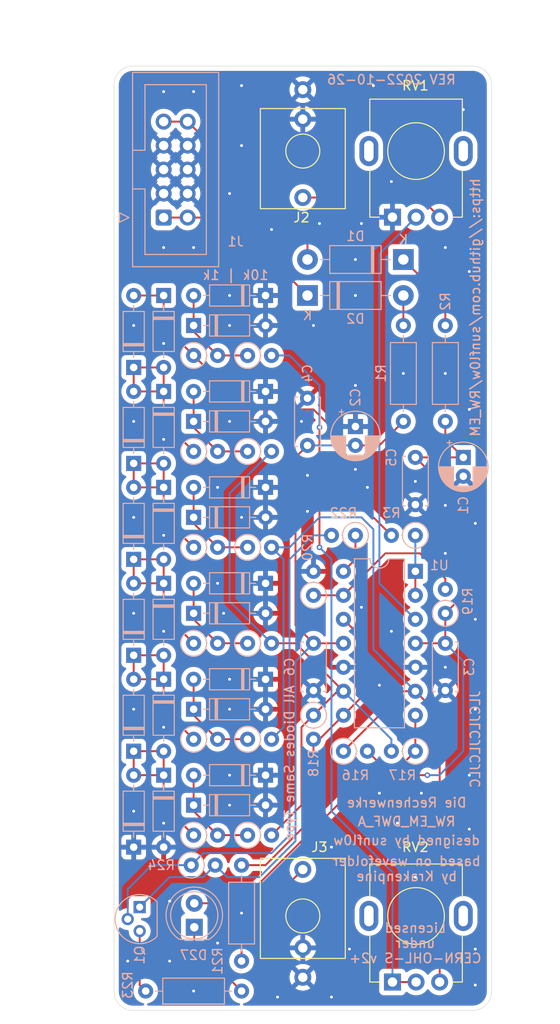
<source format=kicad_pcb>
(kicad_pcb (version 20211014) (generator pcbnew)
  (title_block (title "RW_EM_DWF_A") (date "2022-10-26") (rev "2022-10-26") (comment 1 "Licensed under CERN-OHL-S v2+") (comment 2 "https://github.com/sunfl0w/RW_EM"))
  (layers (0 "F.Cu" signal) (31 "B.Cu" signal) (34 "B.Paste" user) (35 "F.Paste" user) (36 "B.SilkS" user "B.Silkscreen") (37 "F.SilkS" user "F.Silkscreen") (38 "B.Mask" user) (39 "F.Mask" user) (44 "Edge.Cuts" user))
  (net 0 "")
  (net 1 "+12V")
  (net 2 "GND")
  (net 3 "-12V")
  (net 4 "Net-(D1-Pad1)")
  (net 5 "Net-(D1-Pad2)")
  (net 6 "Net-(D2-Pad1)")
  (net 7 "Net-(D2-Pad2)")
  (net 8 "Net-(D10-Pad1)")
  (net 9 "Net-(D3-Pad2)")
  (net 10 "Net-(D10-Pad2)")
  (net 11 "Net-(D11-Pad2)")
  (net 12 "Net-(D12-Pad2)")
  (net 13 "Net-(D13-Pad2)")
  (net 14 "Net-(D15-Pad2)")
  (net 15 "Net-(D16-Pad2)")
  (net 16 "Net-(D17-Pad2)")
  (net 17 "Net-(D18-Pad2)")
  (net 18 "Net-(D19-Pad2)")
  (net 19 "Net-(D20-Pad2)")
  (net 20 "Net-(D27-Pad1)")
  (net 21 "Net-(J2-PadT)")
  (net 22 "Net-(J3-PadT)")
  (net 23 "Net-(Q1-Pad2)")
  (net 24 "Net-(R3-Pad1)")
  (net 25 "Net-(R10-Pad2)")
  (net 26 "Net-(R11-Pad2)")
  (net 27 "Net-(R13-Pad2)")
  (net 28 "Net-(R16-Pad2)")
  (net 29 "Net-(R18-Pad2)")
  (net 30 "Net-(R19-Pad2)")
  (net 31 "Net-(R22-Pad1)")
  (net 32 "Net-(RV1-Pad2)")
  (net 33 "Net-(Q1-Pad3)")
  (footprint "RW_EurorackModular:Potentiometer_R0904N_SongHuei" (layer "F.Cu") (at 162 59)
    (fp_text reference "RV1")
    (fp_text value "100k")
  )
  (footprint "RW_EurorackModular:PJ301M-12" (layer "F.Cu") (at 150 140)
    (fp_text reference "J3")
    (fp_text value "PJ301M-12")
  )
  (footprint "RW_EurorackModular:Potentiometer_R0904N_SongHuei" (layer "F.Cu") (at 162 140)
    (fp_text reference "RV2")
    (fp_text value "10k")
  )
  (footprint "RW_EurorackModular:PJ301M-12" (layer "F.Cu") (at 150 59 180)
    (fp_text reference "J2")
    (fp_text value "PJ301M-12")
  )
  (footprint "Diode_THT:D_DO-35_SOD27_P7.62mm_Horizontal" (layer "B.Cu") (at 135.255 104.775 -90)
    (fp_text reference "D12" hide)
    (fp_text value "1N4148")
  )
  (footprint "Resistor_THT:R_Axial_DIN0207_L6.3mm_D2.5mm_P2.54mm_Vertical" (layer "B.Cu") (at 161.925 122.555 180)
    (fp_text reference "R17")
    (fp_text value "10k")
  )
  (footprint "Capacitor_THT:CP_Radial_D5.0mm_P2.00mm" (layer "B.Cu") (at 155.575 88.17 -90)
    (fp_text reference "C2")
    (fp_text value "47uF")
  )
  (footprint "Capacitor_THT:C_Disc_D5.0mm_W2.5mm_P5.00mm" (layer "B.Cu") (at 150.495 85.17 -90)
    (fp_text reference "C4")
    (fp_text value "100nF")
  )
  (footprint "Capacitor_THT:C_Disc_D5.0mm_W2.5mm_P5.00mm" (layer "B.Cu") (at 165.1 111.125 -90)
    (fp_text reference "C3")
    (fp_text value "100nF")
  )
  (footprint "Diode_THT:D_DO-35_SOD27_P7.62mm_Horizontal" (layer "B.Cu") (at 132.08 132.715 90)
    (fp_text reference "D8" hide)
    (fp_text value "1N4148")
  )
  (footprint "Diode_THT:D_DO-35_SOD27_P7.62mm_Horizontal" (layer "B.Cu") (at 132.08 102.235 90)
    (fp_text reference "D5" hide)
    (fp_text value "1N4148")
  )
  (footprint "Diode_THT:D_DO-35_SOD27_P7.62mm_Horizontal" (layer "B.Cu") (at 146.05 104.775 180)
    (fp_text reference "D19" hide)
    (fp_text value "1N4148")
  )
  (footprint "Diode_THT:D_DO-35_SOD27_P7.62mm_Horizontal" (layer "B.Cu") (at 132.08 112.395 90)
    (fp_text reference "D6" hide)
    (fp_text value "1N4148")
  )
  (footprint "Resistor_THT:R_Axial_DIN0207_L6.3mm_D2.5mm_P2.54mm_Vertical" (layer "B.Cu") (at 144.145 100.965)
    (fp_text reference "R11" hide)
    (fp_text value "10k")
  )
  (footprint "Diode_THT:D_DO-35_SOD27_P7.62mm_Horizontal" (layer "B.Cu") (at 138.43 97.79)
    (fp_text reference "D22" hide)
    (fp_text value "1N4148")
  )
  (footprint "Resistor_THT:R_Axial_DIN0207_L6.3mm_D2.5mm_P2.54mm_Vertical" (layer "B.Cu") (at 165.1 107.95 90)
    (fp_text reference "R19")
    (fp_text value "100k")
  )
  (footprint "Resistor_THT:R_Axial_DIN0207_L6.3mm_D2.5mm_P2.54mm_Vertical" (layer "B.Cu") (at 144.145 111.125)
    (fp_text reference "R14" hide)
    (fp_text value "10k")
  )
  (footprint "Resistor_THT:R_Axial_DIN0207_L6.3mm_D2.5mm_P2.54mm_Vertical" (layer "B.Cu") (at 138.43 111.125)
    (fp_text reference "R8" hide)
    (fp_text value "1k")
  )
  (footprint "Diode_THT:D_DO-35_SOD27_P7.62mm_Horizontal" (layer "B.Cu") (at 138.43 118.11)
    (fp_text reference "D23" hide)
    (fp_text value "1N4148")
  )
  (footprint "Resistor_THT:R_Axial_DIN0207_L6.3mm_D2.5mm_P2.54mm_Vertical" (layer "B.Cu") (at 138.43 100.965)
    (fp_text reference "R5" hide)
    (fp_text value "1k")
  )
  (footprint "Resistor_THT:R_Axial_DIN0207_L6.3mm_D2.5mm_P2.54mm_Vertical" (layer "B.Cu") (at 161.925 99.695 180)
    (fp_text reference "R3")
    (fp_text value "100")
  )
  (footprint "Resistor_THT:R_Axial_DIN0207_L6.3mm_D2.5mm_P2.54mm_Vertical" (layer "B.Cu") (at 138.176 134.62)
    (fp_text reference "R24")
    (fp_text value "1k")
  )
  (footprint "LED_THT:LED_D5.0mm" (layer "B.Cu") (at 138.5 141.2 90)
    (fp_text reference "D27")
    (fp_text value "LED")
  )
  (footprint "Diode_THT:D_DO-35_SOD27_P7.62mm_Horizontal" (layer "B.Cu") (at 138.43 107.95)
    (fp_text reference "D25" hide)
    (fp_text value "1N4148")
  )
  (footprint "Resistor_THT:R_Axial_DIN0207_L6.3mm_D2.5mm_P2.54mm_Vertical" (layer "B.Cu") (at 154.305 122.555)
    (fp_text reference "R16")
    (fp_text value "10k")
  )
  (footprint "Diode_THT:D_DO-35_SOD27_P7.62mm_Horizontal" (layer "B.Cu") (at 138.43 87.63)
    (fp_text reference "D26" hide)
    (fp_text value "1N4148")
  )
  (footprint "Diode_THT:D_DO-35_SOD27_P7.62mm_Horizontal" (layer "B.Cu") (at 138.43 128.27)
    (fp_text reference "D24" hide)
    (fp_text value "1N4148")
  )
  (footprint "Connector_IDC:IDC-Header_2x05_P2.54mm_Vertical" (layer "B.Cu") (at 135.255 66.04)
    (fp_text reference "J1")
    (fp_text value "IDC_02x05")
  )
  (footprint "Resistor_THT:R_Axial_DIN0207_L6.3mm_D2.5mm_P2.54mm_Vertical" (layer "B.Cu") (at 144.145 131.445)
    (fp_text reference "R13" hide)
    (fp_text value "10k")
  )
  (footprint "Resistor_THT:R_Axial_DIN0207_L6.3mm_D2.5mm_P10.16mm_Horizontal" (layer "B.Cu") (at 143.51 134.62 -90)
    (fp_text reference "R21")
    (fp_text value "1k")
  )
  (footprint "Diode_THT:D_DO-35_SOD27_P7.62mm_Horizontal" (layer "B.Cu") (at 135.255 94.615 -90)
    (fp_text reference "D11" hide)
    (fp_text value "1N4148")
  )
  (footprint "Diode_THT:D_DO-35_SOD27_P7.62mm_Horizontal" (layer "B.Cu") (at 135.255 114.935 -90)
    (fp_text reference "D13" hide)
    (fp_text value "1N4148")
  )
  (footprint "Resistor_THT:R_Axial_DIN0207_L6.3mm_D2.5mm_P2.54mm_Vertical" (layer "B.Cu") (at 151.13 106.045 90)
    (fp_text reference "R20")
    (fp_text value "68k")
  )
  (footprint "Diode_THT:D_DO-35_SOD27_P7.62mm_Horizontal" (layer "B.Cu") (at 146.05 125.095 180)
    (fp_text reference "D18" hide)
    (fp_text value "1N4148")
  )
  (footprint "Resistor_THT:R_Axial_DIN0207_L6.3mm_D2.5mm_P2.54mm_Vertical" (layer "B.Cu") (at 138.43 90.805)
    (fp_text reference "R9" hide)
    (fp_text value "1k")
  )
  (footprint "Diode_THT:D_DO-35_SOD27_P7.62mm_Horizontal" (layer "B.Cu") (at 146.05 84.455 180)
    (fp_text reference "D20" hide)
    (fp_text value "1N4148")
  )
  (footprint "Resistor_THT:R_Axial_DIN0207_L6.3mm_D2.5mm_P2.54mm_Vertical" (layer "B.Cu") (at 138.43 80.645)
    (fp_text reference "R4" hide)
    (fp_text value "1k")
  )
  (footprint "Resistor_THT:R_Axial_DIN0207_L6.3mm_D2.5mm_P2.54mm_Vertical" (layer "B.Cu") (at 144.145 121.285)
    (fp_text reference "R12" hide)
    (fp_text value "10k")
  )
  (footprint "Resistor_THT:R_Axial_DIN0207_L6.3mm_D2.5mm_P2.54mm_Vertical" (layer "B.Cu") (at 138.43 121.285)
    (fp_text reference "R6" hide)
    (fp_text value "1k")
  )
  (footprint "Diode_THT:D_DO-35_SOD27_P7.62mm_Horizontal" (layer "B.Cu") (at 135.255 125.095 -90)
    (fp_text reference "D14" hide)
    (fp_text value "1N4148")
  )
  (footprint "Resistor_THT:R_Axial_DIN0207_L6.3mm_D2.5mm_P2.54mm_Vertical" (layer "B.Cu") (at 138.43 131.445)
    (fp_text reference "R7" hide)
    (fp_text value "1k")
  )
  (footprint "Resistor_THT:R_Axial_DIN0207_L6.3mm_D2.5mm_P10.16mm_Horizontal" (layer "B.Cu") (at 160.655 77.47 -90)
    (fp_text reference "R1")
    (fp_text value "10")
  )
  (footprint "Resistor_THT:R_Axial_DIN0207_L6.3mm_D2.5mm_P2.54mm_Vertical" (layer "B.Cu") (at 144.145 90.805)
    (fp_text reference "R15" hide)
    (fp_text value "10k")
  )
  (footprint "Resistor_THT:R_Axial_DIN0207_L6.3mm_D2.5mm_P10.16mm_Horizontal" (layer "B.Cu") (at 133.35 147.955)
    (fp_text reference "R23")
    (fp_text value "2k")
  )
  (footprint "Resistor_THT:R_Axial_DIN0207_L6.3mm_D2.5mm_P2.54mm_Vertical" (layer "B.Cu") (at 151.13 118.745 -90)
    (fp_text reference "R18")
    (fp_text value "200k")
  )
  (footprint "Resistor_THT:R_Axial_DIN0207_L6.3mm_D2.5mm_P2.54mm_Vertical" (layer "B.Cu") (at 155.575 99.695 180)
    (fp_text reference "R22")
    (fp_text value "10k")
  )
  (footprint "Diode_THT:D_DO-41_SOD81_P10.16mm_Horizontal" (layer "B.Cu") (at 160.655 70.485 180)
    (fp_text reference "D1")
    (fp_text value "1N5819")
  )
  (footprint "Diode_THT:D_DO-35_SOD27_P7.62mm_Horizontal" (layer "B.Cu") (at 135.255 74.295 -90)
    (fp_text reference "D9" hide)
    (fp_text value "1N4148")
  )
  (footprint "Diode_THT:D_DO-35_SOD27_P7.62mm_Horizontal" (layer "B.Cu") (at 146.05 74.295 180)
    (fp_text reference "D15" hide)
    (fp_text value "1N4148")
  )
  (footprint "Diode_THT:D_DO-41_SOD81_P10.16mm_Horizontal" (layer "B.Cu") (at 150.495 74.295)
    (fp_text reference "D2")
    (fp_text value "1N5819")
  )
  (footprint "Capacitor_THT:CP_Radial_D5.0mm_P2.00mm" (layer "B.Cu") (at 167.005 91.44 -90)
    (fp_text reference "C1")
    (fp_text value "47uF")
  )
  (footprint "Diode_THT:D_DO-35_SOD27_P7.62mm_Horizontal" (layer "B.Cu") (at 135.255 84.455 -90)
    (fp_text reference "D10" hide)
    (fp_text value "1N4148")
  )
  (footprint "Diode_THT:D_DO-35_SOD27_P7.62mm_Horizontal" (layer "B.Cu") (at 138.43 77.47)
    (fp_text reference "D21" hide)
    (fp_text value "1N4148")
  )
  (footprint "Diode_THT:D_DO-35_SOD27_P7.62mm_Horizontal" (layer "B.Cu") (at 132.08 81.915 90)
    (fp_text reference "D3" hide)
    (fp_text value "1N4148")
  )
  (footprint "Resistor_THT:R_Axial_DIN0207_L6.3mm_D2.5mm_P10.16mm_Horizontal" (layer "B.Cu") (at 165.1 77.47 -90)
    (fp_text reference "R2")
    (fp_text value "10")
  )
  (footprint "Diode_THT:D_DO-35_SOD27_P7.62mm_Horizontal" (layer "B.Cu") (at 132.08 92.075 90)
    (fp_text reference "D4" hide)
    (fp_text value "1N4148")
  )
  (footprint "Package_DIP:DIP-14_W7.62mm" (layer "B.Cu") (at 161.925 103.505 180)
    (fp_text reference "U1")
    (fp_text value "TL074")
  )
  (footprint "Package_TO_SOT_THT:TO-92" (layer "B.Cu") (at 132.715 139.065 -90)
    (fp_text reference "Q1")
    (fp_text value "2N5551")
  )
  (footprint "Diode_THT:D_DO-35_SOD27_P7.62mm_Horizontal" (layer "B.Cu") (at 132.08 122.555 90)
    (fp_text reference "D7" hide)
    (fp_text value "1N4148")
  )
  (footprint "Resistor_THT:R_Axial_DIN0207_L6.3mm_D2.5mm_P2.54mm_Vertical" (layer "B.Cu") (at 144.145 80.645)
    (fp_text reference "R10" hide)
    (fp_text value "10k")
  )
  (footprint "Diode_THT:D_DO-35_SOD27_P7.62mm_Horizontal" (layer "B.Cu") (at 146.05 114.935 180)
    (fp_text reference "D17" hide)
    (fp_text value "1N4148")
  )
  (footprint "Capacitor_THT:C_Disc_D5.0mm_W2.5mm_P5.00mm" (layer "B.Cu") (at 151.13 116.125 90)
    (fp_text reference "C6")
    (fp_text value "100nF")
  )
  (footprint "Diode_THT:D_DO-35_SOD27_P7.62mm_Horizontal" (layer "B.Cu") (at 146.05 94.615 180)
    (fp_text reference "D16" hide)
    (fp_text value "1N4148")
  )
  (footprint "Capacitor_THT:C_Disc_D5.0mm_W2.5mm_P5.00mm" (layer "B.Cu") (at 161.925 91.44 -90)
    (fp_text reference "C5")
    (fp_text value "100nF")
  )
  (gr_line (start 130 148) (end 130 52) (layer "Edge.Cuts") (width 0.05))
  (gr_line (start 170 52) (end 170 148) (layer "Edge.Cuts") (width 0.05))
  (gr_arc (start 132 150) (mid 130.585786 149.414214) (end 130 148) (layer "Edge.Cuts") (width 0.05))
  (gr_arc (start 130 52) (mid 130.585786 50.585786) (end 132 50) (layer "Edge.Cuts") (width 0.05))
  (gr_line (start 132 50) (end 168 50) (layer "Edge.Cuts") (width 0.05))
  (gr_arc (start 168 50) (mid 169.414214 50.585786) (end 170 52) (layer "Edge.Cuts") (width 0.05))
  (gr_line (start 168 150) (end 132 150) (layer "Edge.Cuts") (width 0.05))
  (gr_arc (start 170 148) (mid 169.414214 149.414214) (end 168 150) (layer "Edge.Cuts") (width 0.05))
  (gr_text "based on wavefolder\nby Krakenpine" (at 161 135) (layer "B.SilkS") (effects (font (size 1 1) (thickness 0.16)) (justify mirror)))
  (gr_text "RW_EM_DWF_A" (at 161 130) (layer "B.SilkS") (effects (font (size 1 1) (thickness 0.16)) (justify mirror)))
  (gr_text "Licensed\nunder\nCERN-OHL-S v2+" (at 161.925 142.875) (layer "B.SilkS") (effects (font (size 1 1) (thickness 0.16)) (justify mirror)))
  (gr_text "JLCJLCJLCJLC" (at 168.275 121.285 90) (layer "B.SilkS") (effects (font (size 1 1) (thickness 0.16)) (justify mirror)))
  (gr_text "designed by sunfl0w" (at 161 132) (layer "B.SilkS") (effects (font (size 1 1) (thickness 0.16)) (justify mirror)))
  (gr_text "https://github.com/sunfl0w/RW_EM" (at 168.275 75.565 90) (layer "B.SilkS") (effects (font (size 1 1) (thickness 0.16)) (justify mirror)))
  (gr_text "All Diodes Same Type" (at 148.59 123.825 90) (layer "B.SilkS") (effects (font (size 1 1) (thickness 0.16)) (justify mirror)))
  (gr_text "REV 2022-10-26" (at 159.385 51.435) (layer "B.SilkS") (effects (font (size 1 1) (thickness 0.16)) (justify mirror)))
  (gr_text "10k | 1k" (at 142.875 72.136) (layer "B.SilkS") (effects (font (size 1 1) (thickness 0.16)) (justify mirror)))
  (gr_text "Die Rechenwerke" (at 161 128) (layer "B.SilkS") (effects (font (size 1 1) (thickness 0.16)) (justify mirror)))
  (segment (start 165.1 107.95) (end 167.005 106.045) (width 0.2) (layer "F.Cu") (net 1))
  (segment (start 161.925 111.125) (end 165.1 111.125) (width 0.2) (layer "F.Cu") (net 1))
  (segment (start 165.1 89.535) (end 167.005 91.44) (width 0.2) (layer "F.Cu") (net 1))
  (segment (start 143.28 138.66) (end 156.845 125.095) (width 0.2) (layer "F.Cu") (net 1))
  (segment (start 165.1 107.95) (end 165.1 111.125) (width 0.2) (layer "F.Cu") (net 1))
  (segment (start 156.845 125.095) (end 163.195 125.095) (width 0.2) (layer "F.Cu") (net 1))
  (segment (start 138.5 138.66) (end 143.28 138.66) (width 0.2) (layer "F.Cu") (net 1))
  (segment (start 165.1 87.63) (end 165.1 89.535) (width 0.2) (layer "F.Cu") (net 1))
  (segment (start 167.005 96.52) (end 161.925 91.44) (width 0.2) (layer "F.Cu") (net 1))
  (segment (start 167.005 106.045) (end 167.005 96.52) (width 0.2) (layer "F.Cu") (net 1))
  (segment (start 161.925 91.44) (end 167.005 91.44) (width 0.2) (layer "F.Cu") (net 1))
  (via (at 163.195 125.095) (size 0.6) (drill 0.3) (layers "F.Cu" "B.Cu") (net 1))
  (segment (start 167.005 113.03) (end 165.1 111.125) (width 0.2) (layer "B.Cu") (net 1))
  (segment (start 167.005 122.555) (end 167.005 113.03) (width 0.2) (layer "B.Cu") (net 1))
  (segment (start 163.195 125.095) (end 164.465 125.095) (width 0.2) (layer "B.Cu") (net 1))
  (segment (start 164.465 125.095) (end 167.005 122.555) (width 0.2) (layer "B.Cu") (net 1))
  (via (at 160.655 82.55) (size 0.6) (drill 0.3) (layers "F.Cu" "B.Cu") (net 2))
  (via (at 131.445 144.78) (size 0.6) (drill 0.3) (layers "F.Cu" "B.Cu") (net 2))
  (via (at 167.005 54.61) (size 0.6) (drill 0.3) (layers "F.Cu" "B.Cu") (net 2))
  (via (at 156.21 107.315) (size 0.6) (drill 0.3) (layers "F.Cu" "B.Cu") (net 2))
  (via (at 138.43 52.705) (size 0.6) (drill 0.3) (layers "F.Cu" "B.Cu") (net 2))
  (via (at 165.1 96.52) (size 0.6) (drill 0.3) (layers "F.Cu" "B.Cu") (net 2))
  (via (at 150.495 93.345) (size 0.6) (drill 0.3) (layers "F.Cu" "B.Cu") (net 2))
  (via (at 151.13 77.47) (size 0.6) (drill 0.3) (layers "F.Cu" "B.Cu") (net 2))
  (via (at 153.035 132.715) (size 0.6) (drill 0.3) (layers "F.Cu" "B.Cu") (net 2))
  (via (at 135.255 79.375) (size 0.6) (drill 0.3) (layers "F.Cu" "B.Cu") (net 2))
  (via (at 165.1 82.55) (size 0.6) (drill 0.3) (layers "F.Cu" "B.Cu") (net 2))
  (via (at 168.275 108.585) (size 0.6) (drill 0.3) (layers "F.Cu" "B.Cu") (net 2))
  (via (at 167.64 125.095) (size 0.6) (drill 0.3) (layers "F.Cu" "B.Cu") (net 2))
  (via (at 155.575 74.295) (size 0.6) (drill 0.3) (layers "F.Cu" "B.Cu") (net 2))
  (via (at 156.21 66.675) (size 0.6) (drill 0.3) (layers "F.Cu" "B.Cu") (net 2))
  (via (at 140.97 104.775) (size 0.6) (drill 0.3) (layers "F.Cu" "B.Cu") (net 2))
  (via (at 141.605 107.95) (size 0.6) (drill 0.3) (layers "F.Cu" "B.Cu") (net 2))
  (via (at 132.08 87.63) (size 0.6) (drill 0.3) (layers "F.Cu" "B.Cu") (net 2))
  (via (at 149.86 87.63) (size 0.6) (drill 0.3) (layers "F.Cu" "B.Cu") (net 2))
  (via (at 132.08 107.95) (size 0.6) (drill 0.3) (layers "F.Cu" "B.Cu") (net 2))
  (via (at 167.64 86.36) (size 0.6) (drill 0.3) (layers "F.Cu" "B.Cu") (net 2))
  (via (at 142.24 125.095) (size 0.6) (drill 0.3) (layers "F.Cu" "B.Cu") (net 2))
  (via (at 153.035 148.59) (size 0.6) (drill 0.3) (layers "F.Cu" "B.Cu") (net 2))
  (via (at 135.255 69.215) (size 0.6) (drill 0.3) (layers "F.Cu" "B.Cu") (net 2))
  (via (at 132.08 77.47) (size 0.6) (drill 0.3) (layers "F.Cu" "B.Cu") (net 2))
  (via (at 165.1 69.215) (size 0.6) (drill 0.3) (layers "F.Cu" "B.Cu") (net 2))
  (via (at 140.97 94.615) (size 0.6) (drill 0.3) (layers "F.Cu" "B.Cu") (net 2))
  (via (at 135.255 52.705) (size 0.6) (drill 0.3) (layers "F.Cu" "B.Cu") (net 2))
  (via (at 168.275 147.32) (size 0.6) (drill 0.3) (layers "F.Cu" "B.Cu") (net 2))
  (via (at 158.115 127) (size 0.6) (drill 0.3) (layers "F.Cu" "B.Cu") (net 2))
  (via (at 155.575 83.82) (size 0.6) (drill 0.3) (layers "F.Cu" "B.Cu") (net 2))
  (via (at 143.51 139.7) (size 0.6) (drill 0.3) (layers "F.Cu" "B.Cu") (net 2))
  (via (at 142.24 77.47) (size 0.6) (drill 0.3) (layers "F.Cu" "B.Cu") (net 2))
  (via (at 138.43 69.215) (size 0.6) (drill 0.3) (layers "F.Cu" "B.Cu") (net 2))
  (via (at 146.685 67.31) (size 0.6) (drill 0.3) (layers "F.Cu" "B.Cu") (net 2))
  (via (at 167.64 130.81) (size 0.6) (drill 0.3) (layers "F.Cu" "B.Cu") (net 2))
  (via (at 154.94 143.51) (size 0.6) (drill 0.3) (layers "F.Cu" "B.Cu") (net 2))
  (via (at 140.97 142.875) (size 0.6) (drill 0.3) (layers "F.Cu" "B.Cu") (net 2))
  (via (at 135.89 138.43) (size 0.6) (drill 0.3) (layers "F.Cu" "B.Cu") (net 2))
  (via (at 167.64 71.755) (size 0.6) (drill 0.3) (layers "F.Cu" "B.Cu") (net 2))
  (via (at 147.32 148.59) (size 0.6) (drill 0.3) (layers "F.Cu" "B.Cu") (net 2))
  (via (at 168.275 118.11) (size 0.6) (drill 0.3) (layers "F.Cu" "B.Cu") (net 2))
  (via (at 162.56 127) (size 0.6) (drill 0.3) (layers "F.Cu" "B.Cu") (net 2))
  (via (at 142.24 87.63) (size 0.6) (drill 0.3) (layers "F.Cu" "B.Cu") (net 2))
  (via (at 142.24 74.295) (size 0.6) (drill 0.3) (layers "F.Cu" "B.Cu") (net 2))
  (via (at 159.385 62.23) (size 0.6) (drill 0.3) (layers "F.Cu" "B.Cu") (net 2))
  (via (at 142.24 128.27) (size 0.6) (drill 0.3) (layers "F.Cu" "B.Cu") (net 2))
  (via (at 161.925 93.98) (size 0.6) (drill 0.3) (layers "F.Cu" "B.Cu") (net 2))
  (via (at 143.51 58.42) (size 0.6) (drill 0.3) (layers "F.Cu" "B.Cu") (net 2))
  (via (at 155.575 70.485) (size 0.6) (drill 0.3) (layers "F.Cu" "B.Cu") (net 2))
  (via (at 157.48 52.07) (size 0.6) (drill 0.3) (layers "F.Cu" "B.Cu") (net 2))
  (via (at 138.43 147.955) (size 0.6) (drill 0.3) (layers "F.Cu" "B.Cu") (net 2))
  (via (at 168.275 98.425) (size 0.6) (drill 0.3) (layers "F.Cu" "B.Cu") (net 2))
  (via (at 142.24 114.935) (size 0.6) (drill 0.3) (layers "F.Cu" "B.Cu") (net 2))
  (via (at 132.08 128.905) (size 0.6) (drill 0.3) (layers "F.Cu" "B.Cu") (net 2))
  (via (at 135.255 99.695) (size 0.6) (drill 0.3) (layers "F.Cu" "B.Cu") (net 2))
  (via (at 135.255 89.535) (size 0.6) (drill 0.3) (layers "F.Cu" "B.Cu") (net 2))
  (via (at 143.51 52.07) (size 0.6) (drill 0.3) (layers "F.Cu" "B.Cu") (net 2))
  (via (at 165.1 101.6) (size 0.6) (drill 0.3) (layers "F.Cu" "B.Cu") (net 2))
  (via (at 158.115 115.57) (size 0.6) (drill 0.3) (layers "F.Cu" "B.Cu") (net 2))
  (via (at 135.255 109.855) (size 0.6) (drill 0.3) (layers "F.Cu" "B.Cu") (net 2))
  (via (at 156.845 94.615) (size 0.6) (drill 0.3) (layers "F.Cu" "B.Cu") (net 2))
  (via (at 142.24 118.11) (size 0.6) (drill 0.3) (layers "F.Cu" "B.Cu") (net 2))
  (via (at 142.24 63.5) (size 0.6) (drill 0.3) (layers "F.Cu" "B.Cu") (net 2))
  (via (at 135.89 144.78) (size 0.6) (drill 0.3) (layers "F.Cu" "B.Cu") (net 2))
  (via (at 132.08 118.11) (size 0.6) (drill 0.3) (layers "F.Cu" "B.Cu") (net 2))
  (via (at 135.255 130.175) (size 0.6) (drill 0.3) (layers "F.Cu" "B.Cu") (net 2))
  (via (at 161.925 135.89) (size 0.6) (drill 0.3) (layers "F.Cu" "B.Cu") (net 2))
  (via (at 159.385 109.855) (size 0.6) (drill 0.3) (layers "F.Cu" "B.Cu") (net 2))
  (via (at 168.275 143.51) (size 0.6) (drill 0.3) (layers "F.Cu" "B.Cu") (net 2))
  (via (at 165.1 113.665) (size 0.6) (drill 0.3) (layers "F.Cu" "B.Cu") (net 2))
  (via (at 135.255 120.015) (size 0.6) (drill 0.3) (layers "F.Cu" "B.Cu") (net 2))
  (via (at 155.575 92.71) (size 0.6) (drill 0.3) (layers "F.Cu" "B.Cu") (net 2))
  (via (at 143.51 97.79) (size 0.6) (drill 0.3) (layers "F.Cu" "B.Cu") (net 2))
  (via (at 151.765 66.675) (size 0.6) (drill 0.3) (layers "F.Cu" "B.Cu") (net 2))
  (via (at 160.02 130.175) (size 0.6) (drill 0.3) (layers "F.Cu" "B.Cu") (net 2))
  (via (at 132.08 97.79) (size 0.6) (drill 0.3) (layers "F.Cu" "B.Cu") (net 2))
  (via (at 150.495 97.155) (size 0.6) (drill 0.3) (layers "F.Cu" "B.Cu") (net 2))
  (segment (start 160.655 87.63) (end 158.115 90.17) (width 0.2) (layer "F.Cu") (net 3))
  (segment (start 149.225 91.44) (end 150.495 90.17) (width 0.2) (layer "F.Cu") (net 3))
  (segment (start 149.225 109.22) (end 149.225 91.44) (width 0.2) (layer "F.Cu") (net 3))
  (segment (start 151.13 111.125) (end 154.305 111.125) (width 0.2) (layer "F.Cu") (net 3))
  (segment (start 158.115 90.17) (end 155.575 90.17) (width 0.2) (layer "F.Cu") (net 3))
  (segment (start 151.13 111.125) (end 149.225 109.22) (width 0.2) (layer "F.Cu") (net 3))
  (segment (start 135.89 135.89) (end 139.446 135.89) (width 0.2) (layer "B.Cu") (net 3))
  (segment (start 140.716 134.62) (end 141.986 135.89) (width 0.2) (layer "B.Cu") (net 3))
  (segment (start 132.715 139.065) (end 135.89 135.89) (width 0.2) (layer "B.Cu") (net 3))
  (segment (start 149.225 132.08) (end 149.225 113.03) (width 0.2) (layer "B.Cu") (net 3))
  (segment (start 139.446 135.89) (end 140.716 134.62) (width 0.2) (layer "B.Cu") (net 3))
  (segment (start 141.986 135.89) (end 145.415 135.89) (width 0.2) (layer "B.Cu") (net 3))
  (segment (start 145.415 135.89) (end 149.225 132.08) (width 0.2) (layer "B.Cu") (net 3))
  (segment (start 149.225 113.03) (end 151.13 111.125) (width 0.2) (layer "B.Cu") (net 3))
  (segment (start 155.575 90.17) (end 150.495 90.17) (width 0.2) (layer "B.Cu") (net 3))
  (segment (start 165.1 74.93) (end 165.1 77.47) (width 0.2) (layer "F.Cu") (net 4))
  (segment (start 160.655 70.485) (end 165.1 74.93) (width 0.2) (layer "F.Cu") (net 4))
  (segment (start 135.255 55.88) (end 137.795 55.88) (width 0.2) (layer "F.Cu") (net 5))
  (segment (start 137.795 55.88) (end 150.495 68.58) (width 0.2) (layer "F.Cu") (net 5))
  (segment (start 150.495 68.58) (end 150.495 70.485) (width 0.2) (layer "F.Cu") (net 5))
  (segment (start 142.24 66.04) (end 150.495 74.295) (width 0.2) (layer "F.Cu") (net 6))
  (segment (start 135.255 66.04) (end 137.795 66.04) (width 0.2) (layer "F.Cu") (net 6))
  (segment (start 137.795 66.04) (end 142.24 66.04) (width 0.2) (layer "F.Cu") (net 6))
  (segment (start 160.655 74.295) (end 160.655 77.47) (width 0.2) (layer "F.Cu") (net 7))
  (segment (start 135.255 87.63) (end 138.43 90.805) (width 0.2) (layer "F.Cu") (net 8))
  (segment (start 135.255 81.915) (end 135.255 84.455) (width 0.2) (layer "F.Cu") (net 8))
  (segment (start 132.08 84.455) (end 135.255 84.455) (width 0.2) (layer "F.Cu") (net 8))
  (segment (start 135.255 84.455) (end 135.255 87.63) (width 0.2) (layer "F.Cu") (net 8))
  (segment (start 132.08 81.915) (end 132.08 84.455) (width 0.2) (layer "F.Cu") (net 8))
  (segment (start 132.08 81.915) (end 135.255 81.915) (width 0.2) (layer "F.Cu") (net 8))
  (segment (start 132.08 74.295) (end 135.255 74.295) (width 0.2) (layer "F.Cu") (net 9))
  (segment (start 138.43 80.645) (end 144.145 86.36) (width 0.2) (layer "F.Cu") (net 9))
  (segment (start 151.13 86.36) (end 153.67 88.9) (width 0.2) (layer "F.Cu") (net 9))
  (segment (start 135.255 74.295) (end 135.255 77.47) (width 0.2) (layer "F.Cu") (net 9))
  (segment (start 159.385 99.695) (end 153.67 93.98) (width 0.2) (layer "F.Cu") (net 9))
  (segment (start 135.255 77.47) (end 138.43 80.645) (width 0.2) (layer "F.Cu") (net 9))
  (segment (start 144.145 86.36) (end 151.13 86.36) (width 0.2) (layer "F.Cu") (net 9))
  (segment (start 153.67 88.9) (end 153.67 93.98) (width 0.2) (layer "F.Cu") (net 9))
  (segment (start 135.255 94.615) (end 135.255 92.075) (width 0.2) (layer "F.Cu") (net 10))
  (segment (start 135.255 94.615) (end 135.255 97.79) (width 0.2) (layer "F.Cu") (net 10))
  (segment (start 132.08 92.075) (end 135.255 92.075) (width 0.2) (layer "F.Cu") (net 10))
  (segment (start 135.255 97.79) (end 138.43 100.965) (width 0.2) (layer "F.Cu") (net 10))
  (segment (start 132.08 94.615) (end 132.08 92.075) (width 0.2) (layer "F.Cu") (net 10))
  (segment (start 135.255 94.615) (end 132.08 94.615) (width 0.2) (layer "F.Cu") (net 10))
  (segment (start 132.08 104.775) (end 132.08 102.235) (width 0.2) (layer "F.Cu") (net 11))
  (segment (start 135.255 102.235) (end 135.255 104.775) (width 0.2) (layer "F.Cu") (net 11))
  (segment (start 135.255 104.775) (end 135.255 107.95) (width 0.2) (layer "F.Cu") (net 11))
  (segment (start 135.255 107.95) (end 138.43 111.125) (width 0.2) (layer "F.Cu") (net 11))
  (segment (start 132.08 102.235) (end 135.255 102.235) (width 0.2) (layer "F.Cu") (net 11))
  (segment (start 135.255 104.775) (end 132.08 104.775) (width 0.2) (layer "F.Cu") (net 11))
  (segment (start 135.255 112.395) (end 135.255 114.935) (width 0.2) (layer "F.Cu") (net 12))
  (segment (start 135.255 118.11) (end 138.43 121.285) (width 0.2) (layer "F.Cu") (net 12))
  (segment (start 135.255 114.935) (end 135.255 118.11) (width 0.2) (layer "F.Cu") (net 12))
  (segment (start 135.255 114.935) (end 132.08 114.935) (width 0.2) (layer "F.Cu") (net 12))
  (segment (start 132.08 112.395) (end 135.255 112.395) (width 0.2) (layer "F.Cu") (net 12))
  (segment (start 132.08 112.395) (end 132.08 114.935) (width 0.2) (layer "F.Cu") (net 12))
  (segment (start 135.255 128.27) (end 138.43 131.445) (width 0.2) (layer "F.Cu") (net 13))
  (segment (start 135.255 125.095) (end 135.255 128.27) (width 0.2) (layer "F.Cu") (net 13))
  (segment (start 132.08 122.555) (end 135.255 122.555) (width 0.2) (layer "F.Cu") (net 13))
  (segment (start 132.08 125.095) (end 132.08 122.555) (width 0.2) (layer "F.Cu") (net 13))
  (segment (start 135.255 125.095) (end 132.08 125.095) (width 0.2) (layer "F.Cu") (net 13))
  (segment (start 135.255 122.555) (end 135.255 125.095) (width 0.2) (layer "F.Cu") (net 13))
  (segment (start 138.43 74.295) (end 138.43 77.47) (width 0.2) (layer "F.Cu") (net 14))
  (segment (start 138.43 78.105) (end 140.97 80.645) (width 0.2) (layer "F.Cu") (net 14))
  (segment (start 138.43 77.47) (end 138.43 78.105) (width 0.2) (layer "F.Cu") (net 14))
  (segment (start 140.97 80.645) (end 144.145 80.645) (width 0.2) (layer "F.Cu") (net 14))
  (segment (start 138.43 98.425) (end 140.97 100.965) (width 0.2) (layer "F.Cu") (net 15))
  (segment (start 138.43 94.615) (end 138.43 97.79) (width 0.2) (layer "F.Cu") (net 15))
  (segment (start 140.97 100.965) (end 144.145 100.965) (width 0.2) (layer "F.Cu") (net 15))
  (segment (start 138.43 97.79) (end 138.43 98.425) (width 0.2) (layer "F.Cu") (net 15))
  (segment (start 140.97 121.285) (end 144.145 121.285) (width 0.2) (layer "F.Cu") (net 16))
  (segment (start 138.43 118.11) (end 138.43 118.745) (width 0.2) (layer "F.Cu") (net 16))
  (segment (start 138.43 118.745) (end 140.97 121.285) (width 0.2) (layer "F.Cu") (net 16))
  (segment (start 138.43 114.935) (end 138.43 118.11) (width 0.2) (layer "F.Cu") (net 16))
  (segment (start 138.43 128.27) (end 138.43 128.905) (width 0.2) (layer "F.Cu") (net 17))
  (segment (start 138.43 128.905) (end 140.97 131.445) (width 0.2) (layer "F.Cu") (net 17))
  (segment (start 138.43 125.095) (end 138.43 128.27) (width 0.2) (layer "F.Cu") (net 17))
  (segment (start 140.97 131.445) (end 144.145 131.445) (width 0.2) (layer "F.Cu") (net 17))
  (segment (start 138.43 104.775) (end 138.43 107.95) (width 0.2) (layer "F.Cu") (net 18))
  (segment (start 140.97 111.125) (end 144.145 111.125) (width 0.2) (layer "F.Cu") (net 18))
  (segment (start 138.43 108.585) (end 140.97 111.125) (width 0.2) (layer "F.Cu") (net 18))
  (segment (start 138.43 107.95) (end 138.43 108.585) (width 0.2) (layer "F.Cu") (net 18))
  (segment (start 138.43 87.63) (end 138.43 88.265) (width 0.2) (layer "F.Cu") (net 19))
  (segment (start 138.43 88.265) (end 140.97 90.805) (width 0.2) (layer "F.Cu") (net 19))
  (segment (start 138.43 84.455) (end 138.43 87.63) (width 0.2) (layer "F.Cu") (net 19))
  (segment (start 140.97 90.805) (end 144.145 90.805) (width 0.2) (layer "F.Cu") (net 19))
  (segment (start 138.5 141.2) (end 138.5 142.945) (width 0.2) (layer "F.Cu") (net 20))
  (segment (start 138.5 142.945) (end 143.51 147.955) (width 0.2) (layer "F.Cu") (net 20))
  (segment (start 150 63.92) (end 162.42 63.92) (width 0.2) (layer "F.Cu") (net 21))
  (segment (start 162.42 63.92) (end 164.5 66) (width 0.2) (layer "F.Cu") (net 21))
  (segment (start 143.51 141.57) (end 150 135.08) (width 0.2) (layer "F.Cu") (net 22))
  (segment (start 143.51 144.78) (end 143.51 141.57) (width 0.2) (layer "F.Cu") (net 22))
  (segment (start 133.985 134.62) (end 131.445 137.16) (width 0.2) (layer "B.Cu") (net 23))
  (segment (start 153.035 99.695) (end 151.13 99.695) (width 0.2) (layer "B.Cu") (net 23))
  (segment (start 131.445 137.16) (end 131.445 140.335) (width 0.2) (layer "B.Cu") (net 23))
  (segment (start 138.176 134.62) (end 133.985 134.62) (width 0.2) (layer "B.Cu") (net 23))
  (segment (start 151.13 99.695) (end 148.59 102.235) (width 0.2) (layer "B.Cu") (net 23))
  (segment (start 148.59 131.445) (end 146.685 133.35) (width 0.2) (layer "B.Cu") (net 23))
  (segment (start 139.446 133.35) (end 138.176 134.62) (width 0.2) (layer "B.Cu") (net 23))
  (segment (start 146.685 133.35) (end 139.446 133.35) (width 0.2) (layer "B.Cu") (net 23))
  (segment (start 148.59 102.235) (end 148.59 131.445) (width 0.2) (layer "B.Cu") (net 23))
  (segment (start 161.925 106.045) (end 161.925 103.505) (width 0.2) (layer "F.Cu") (net 24))
  (segment (start 161.925 99.695) (end 161.925 103.505) (width 0.2) (layer "B.Cu") (net 24))
  (segment (start 151.765 100.965) (end 151.765 88.265) (width 0.2) (layer "F.Cu") (net 25))
  (segment (start 159.5 147) (end 162 147) (width 0.2) (layer "F.Cu") (net 25))
  (via (at 151.765 100.965) (size 0.6) (drill 0.3) (layers "F.Cu" "B.Cu") (net 25))
  (via (at 151.765 88.265) (size 0.6) (drill 0.3) (layers "F.Cu" "B.Cu") (net 25))
  (segment (start 159.5 135.37) (end 153.035 128.905) (width 0.2) (layer "B.Cu") (net 25))
  (segment (start 159.5 147) (end 159.5 135.37) (width 0.2) (layer "B.Cu") (net 25))
  (segment (start 153.035 102.235) (end 151.765 100.965) (width 0.2) (layer "B.Cu") (net 25))
  (segment (start 151.765 88.265) (end 151.765 83.82) (width 0.2) (layer "B.Cu") (net 25))
  (segment (start 151.765 83.82) (end 148.59 80.645) (width 0.2) (layer "B.Cu") (net 25))
  (segment (start 153.035 128.905) (end 153.035 102.235) (width 0.2) (layer "B.Cu") (net 25))
  (segment (start 148.59 80.645) (end 146.685 80.645) (width 0.2) (layer "B.Cu") (net 25))
  (segment (start 160.655 116.205) (end 161.925 116.205) (width 0.2) (layer "F.Cu") (net 26))
  (segment (start 164.5 118.78) (end 161.925 116.205) (width 0.2) (layer "F.Cu") (net 26))
  (segment (start 164.5 147) (end 164.5 118.78) (width 0.2) (layer "F.Cu") (net 26))
  (segment (start 154.305 122.555) (end 160.655 116.205) (width 0.2) (layer "F.Cu") (net 26))
  (segment (start 147.955 120.015) (end 147.955 102.235) (width 0.2) (layer "B.Cu") (net 26))
  (segment (start 157.48 99.06) (end 157.48 111.76) (width 0.2) (layer "B.Cu") (net 26))
  (segment (start 148.59 100.965) (end 151.765 97.79) (width 0.2) (layer "B.Cu") (net 26))
  (segment (start 157.48 111.76) (end 161.925 116.205) (width 0.2) (layer "B.Cu") (net 26))
  (segment (start 156.21 97.79) (end 157.48 99.06) (width 0.2) (layer "B.Cu") (net 26))
  (segment (start 147.955 102.235) (end 146.685 100.965) (width 0.2) (layer "B.Cu") (net 26))
  (segment (start 146.685 100.965) (end 148.59 100.965) (width 0.2) (layer "B.Cu") (net 26))
  (segment (start 151.765 97.79) (end 156.21 97.79) (width 0.2) (layer "B.Cu") (net 26))
  (segment (start 146.685 121.285) (end 147.955 120.015) (width 0.2) (layer "B.Cu") (net 26))
  (segment (start 151.13 118.745) (end 153.67 116.205) (width 0.2) (layer "F.Cu") (net 27))
  (segment (start 149.86 128.27) (end 149.86 120.015) (width 0.2) (layer "F.Cu") (net 27))
  (segment (start 153.67 116.205) (end 154.305 116.205) (width 0.2) (layer "F.Cu") (net 27))
  (segment (start 149.225 111.125) (end 154.305 116.205) (width 0.2) (layer "F.Cu") (net 27))
  (segment (start 146.685 131.445) (end 149.86 128.27) (width 0.2) (layer "F.Cu") (net 27))
  (segment (start 149.86 120.015) (end 151.13 118.745) (width 0.2) (layer "F.Cu") (net 27))
  (segment (start 146.685 111.125) (end 149.225 111.125) (width 0.2) (layer "F.Cu") (net 27))
  (segment (start 146.685 90.805) (end 142.24 95.25) (width 0.2) (layer "B.Cu") (net 27))
  (segment (start 142.24 106.68) (end 146.685 111.125) (width 0.2) (layer "B.Cu") (net 27))
  (segment (start 154.305 116.205) (end 159.385 121.285) (width 0.2) (layer "B.Cu") (net 27))
  (segment (start 159.385 121.285) (end 159.385 122.555) (width 0.2) (layer "B.Cu") (net 27))
  (segment (start 142.24 95.25) (end 142.24 106.68) (width 0.2) (layer "B.Cu") (net 27))
  (segment (start 156.845 122.555) (end 158.75 124.46) (width 0.2) (layer "F.Cu") (net 28))
  (segment (start 158.75 124.46) (end 160.02 124.46) (width 0.2) (layer "F.Cu") (net 28))
  (segment (start 161.925 118.745) (end 161.925 122.555) (width 0.2) (layer "F.Cu") (net 28))
  (segment (start 160.02 124.46) (end 161.925 122.555) (width 0.2) (layer "F.Cu") (net 28))
  (segment (start 151.13 129.54) (end 146.05 134.62) (width 0.2) (layer "F.Cu") (net 29))
  (segment (start 156.21 116.84) (end 154.305 118.745) (width 0.2) (layer "F.Cu") (net 29))
  (segment (start 151.765 121.285) (end 151.13 121.285) (width 0.2) (layer "F.Cu") (net 29))
  (segment (start 154.305 118.745) (end 151.765 121.285) (width 0.2) (layer "F.Cu") (net 29))
  (segment (start 156.21 110.49) (end 156.21 116.84) (width 0.2) (layer "F.Cu") (net 29))
  (segment (start 151.13 121.285) (end 151.13 129.54) (width 0.2) (layer "F.Cu") (net 29))
  (segment (start 146.05 134.62) (end 143.51 134.62) (width 0.2) (layer "F.Cu") (net 29))
  (segment (start 154.305 108.585) (end 156.21 110.49) (width 0.2) (layer "F.Cu") (net 29))
  (segment (start 158.75 101.6) (end 154.305 106.045) (width 0.2) (layer "F.Cu") (net 30))
  (segment (start 154.305 106.045) (end 151.13 106.045) (width 0.2) (layer "F.Cu") (net 30))
  (segment (start 162.42137 101.6) (end 158.75 101.6) (width 0.2) (layer "F.Cu") (net 30))
  (segment (start 165.1 104.27863) (end 162.42137 101.6) (width 0.2) (layer "F.Cu") (net 30))
  (segment (start 165.1 105.41) (end 165.1 104.27863) (width 0.2) (layer "F.Cu") (net 30))
  (segment (start 155.575 102.235) (end 154.305 103.505) (width 0.2) (layer "F.Cu") (net 31))
  (segment (start 155.575 99.695) (end 155.575 102.235) (width 0.2) (layer "F.Cu") (net 31))
  (segment (start 158.115 69.885) (end 158.115 104.775) (width 0.2) (layer "B.Cu") (net 32))
  (segment (start 158.115 104.775) (end 161.925 108.585) (width 0.2) (layer "B.Cu") (net 32))
  (segment (start 162 66) (end 158.115 69.885) (width 0.2) (layer "B.Cu") (net 32))
  (segment (start 132.715 141.605) (end 132.715 147.32) (width 0.2) (layer "F.Cu") (net 33))
  (segment (start 132.715 147.32) (end 133.35 147.955) (width 0.2) (layer "F.Cu") (net 33))
  (zone (net 2) (net_name "GND") (layer "F.Cu") (connect_pads (clearance 0.508)) (min_thickness 0.254) (fill yes (thermal_gap 0.508) (thermal_bridge_width 0.508))
    (polygon (pts (xy 170 150) (xy 130 150) (xy 130 50) (xy 170 50)))
  )
  (zone (net 2) (net_name "GND") (layer "B.Cu") (connect_pads (clearance 0.508)) (min_thickness 0.254) (fill yes (thermal_gap 0.508) (thermal_bridge_width 0.508))
    (polygon (pts (xy 170 150) (xy 130 150) (xy 130 50) (xy 170 50)))
  )
)
</source>
